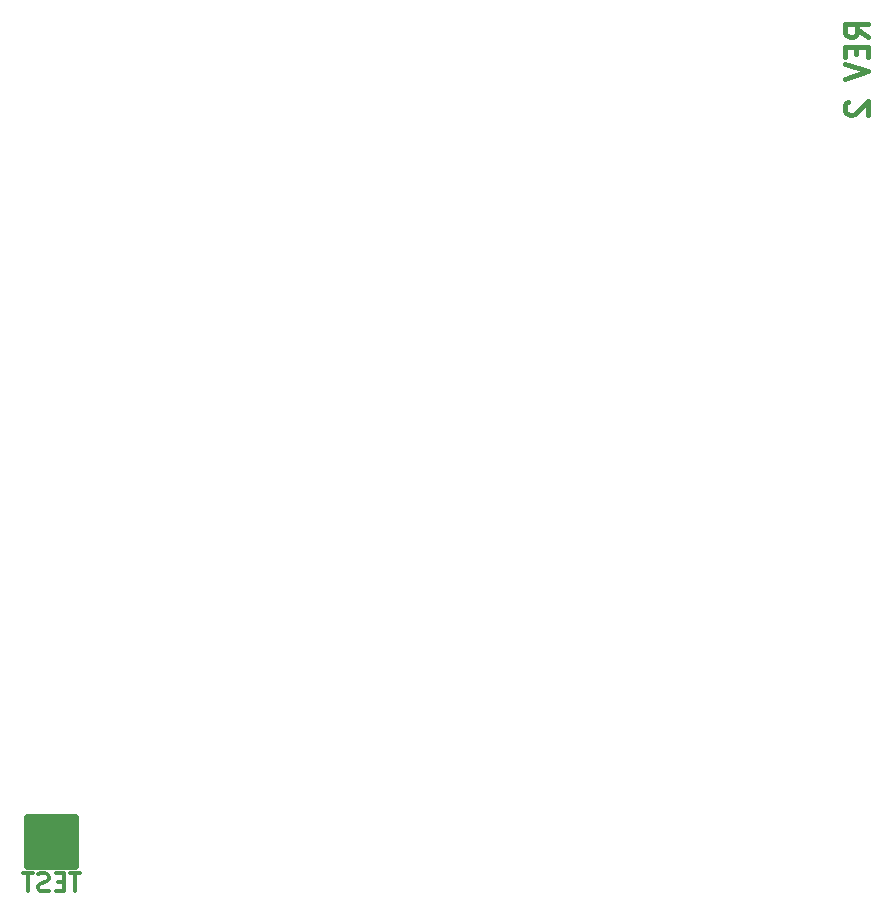
<source format=gbr>
G04 #@! TF.GenerationSoftware,KiCad,Pcbnew,(5.1.5)-3*
G04 #@! TF.CreationDate,2021-03-10T17:45:56-05:00*
G04 #@! TF.ProjectId,Black-Pill-Board,426c6163-6b2d-4506-996c-6c2d426f6172,2*
G04 #@! TF.SameCoordinates,Original*
G04 #@! TF.FileFunction,Legend,Bot*
G04 #@! TF.FilePolarity,Positive*
%FSLAX46Y46*%
G04 Gerber Fmt 4.6, Leading zero omitted, Abs format (unit mm)*
G04 Created by KiCad (PCBNEW (5.1.5)-3) date 2021-03-10 17:45:56*
%MOMM*%
%LPD*%
G04 APERTURE LIST*
%ADD10C,0.381000*%
%ADD11C,0.650000*%
%ADD12C,0.304800*%
G04 APERTURE END LIST*
D10*
X103198385Y-29739771D02*
X102291242Y-29104771D01*
X103198385Y-28651200D02*
X101293385Y-28651200D01*
X101293385Y-29376914D01*
X101384100Y-29558342D01*
X101474814Y-29649057D01*
X101656242Y-29739771D01*
X101928385Y-29739771D01*
X102109814Y-29649057D01*
X102200528Y-29558342D01*
X102291242Y-29376914D01*
X102291242Y-28651200D01*
X102200528Y-30556200D02*
X102200528Y-31191200D01*
X103198385Y-31463342D02*
X103198385Y-30556200D01*
X101293385Y-30556200D01*
X101293385Y-31463342D01*
X101293385Y-32007628D02*
X103198385Y-32642628D01*
X101293385Y-33277628D01*
X101474814Y-35273342D02*
X101384100Y-35364057D01*
X101293385Y-35545485D01*
X101293385Y-35999057D01*
X101384100Y-36180485D01*
X101474814Y-36271200D01*
X101656242Y-36361914D01*
X101837671Y-36361914D01*
X102109814Y-36271200D01*
X103198385Y-35182628D01*
X103198385Y-36361914D01*
D11*
X36100000Y-99900000D02*
X32100000Y-99900000D01*
X32100000Y-99900000D02*
X32100000Y-95900000D01*
X32100000Y-95900000D02*
X36100000Y-95900000D01*
X36100000Y-95900000D02*
X36100000Y-99900000D01*
X36100000Y-99900000D02*
X36100000Y-99400000D01*
X36100000Y-99400000D02*
X32100000Y-99400000D01*
X32100000Y-99400000D02*
X32100000Y-98900000D01*
X32100000Y-98900000D02*
X36100000Y-98900000D01*
X36100000Y-98900000D02*
X36100000Y-98400000D01*
X36100000Y-98400000D02*
X32100000Y-98400000D01*
X32100000Y-98400000D02*
X32100000Y-97900000D01*
X32100000Y-97900000D02*
X36100000Y-97900000D01*
X36100000Y-97900000D02*
X36100000Y-97400000D01*
X36100000Y-97400000D02*
X32600000Y-97400000D01*
X32600000Y-97400000D02*
X32100000Y-97400000D01*
X32100000Y-97400000D02*
X32100000Y-96900000D01*
X32100000Y-96900000D02*
X36100000Y-96900000D01*
X36100000Y-96900000D02*
X36100000Y-96400000D01*
X36100000Y-96400000D02*
X32100000Y-96400000D01*
D12*
X36531142Y-100565428D02*
X35660285Y-100565428D01*
X36095714Y-102089428D02*
X36095714Y-100565428D01*
X35152285Y-101291142D02*
X34644285Y-101291142D01*
X34426571Y-102089428D02*
X35152285Y-102089428D01*
X35152285Y-100565428D01*
X34426571Y-100565428D01*
X33846000Y-102016857D02*
X33628285Y-102089428D01*
X33265428Y-102089428D01*
X33120285Y-102016857D01*
X33047714Y-101944285D01*
X32975142Y-101799142D01*
X32975142Y-101654000D01*
X33047714Y-101508857D01*
X33120285Y-101436285D01*
X33265428Y-101363714D01*
X33555714Y-101291142D01*
X33700857Y-101218571D01*
X33773428Y-101146000D01*
X33846000Y-101000857D01*
X33846000Y-100855714D01*
X33773428Y-100710571D01*
X33700857Y-100638000D01*
X33555714Y-100565428D01*
X33192857Y-100565428D01*
X32975142Y-100638000D01*
X32539714Y-100565428D02*
X31668857Y-100565428D01*
X32104285Y-102089428D02*
X32104285Y-100565428D01*
M02*

</source>
